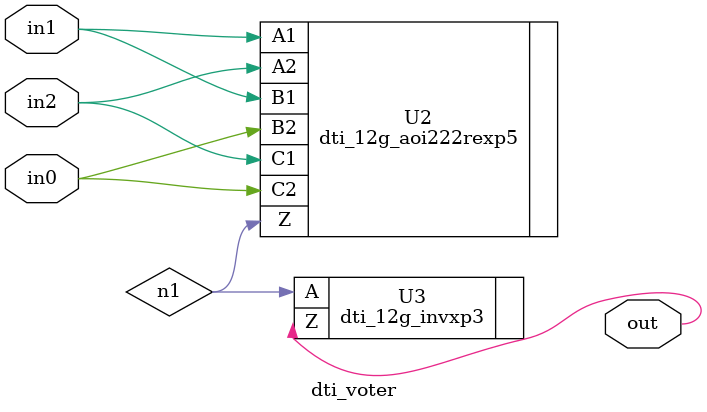
<source format=v>
module rt_dyn_pri_fsm ( acq_thresh_hi, acq_thresh_lo, clk, reset_n, dyn_pri, 
        dyn_update );
  input acq_thresh_hi, acq_thresh_lo, clk, reset_n;
  output dyn_pri, dyn_update;
  wire   \current_state[0] , \next_state[0] , n2, n1, n3, n4;
  assign dyn_pri = \current_state[0] ;

  dti_12g_ffqa01x1 \current_state_reg[0]  ( .D(\next_state[0] ), .CK(clk), 
        .RN(reset_n), .Q(\current_state[0] ) );
  dti_12g_ffqa11x1 dyn_update_cld_reg ( .D(n2), .CK(clk), .RN(reset_n), .SN(n1), .Q(dyn_update) );
  dti_12g_tierailx1 U3 ( .HI(n1) );
  dti_12g_muxi21xp5 U4 ( .D0(n3), .D1(acq_thresh_lo), .S(\current_state[0] ), 
        .Z(\next_state[0] ) );
  dti_12g_nor2xp13 U5 ( .A(n4), .B(\current_state[0] ), .Z(n2) );
  dti_12g_nor2xp13 U6 ( .A(dyn_update), .B(acq_thresh_hi), .Z(n4) );
  dti_12g_invxp5 U7 ( .A(acq_thresh_hi), .Z(n3) );
endmodule


module dti_voter ( in0, in1, in2, out );
  input in0, in1, in2;
  output out;
  wire   n1;

  dti_12g_aoi222rexp5 U2 ( .A1(in1), .A2(in2), .B1(in1), .B2(in0), .C1(in2), 
        .C2(in0), .Z(n1) );
  dti_12g_invxp3 U3 ( .A(n1), .Z(out) );
endmodule


</source>
